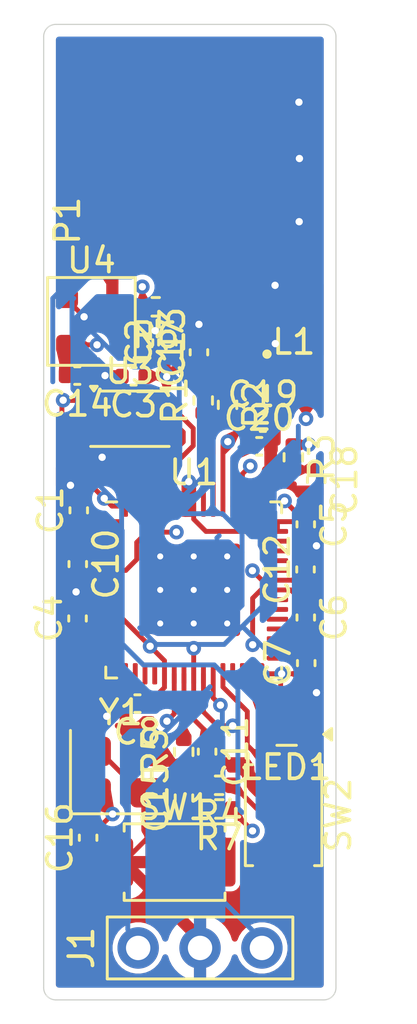
<source format=kicad_pcb>
(kicad_pcb (version 20241229) (generator "pcbnew") (generator_version "9.0")
  (title_block (title "VoidKey") (date "01-05-2026") (rev "v1"))
  (layers (0 "F.Cu" signal) (2 "B.Cu" signal) (13 "F.Paste" user) (15 "B.Paste" user) (5 "F.SilkS" user "F.Silkscreen") (7 "B.SilkS" user "B.Silkscreen") (1 "F.Mask" user) (3 "B.Mask" user) (25 "Edge.Cuts" user))
  (net 0 "")
  (net 1 "+3V3")
  (net 2 "GND")
  (net 3 "+1V1")
  (net 4 "VBUS")
  (net 5 "Net-(C15-Pad2)")
  (net 6 "/XIN")
  (net 7 "/USB_D-")
  (net 8 "/USB_D+")
  (net 9 "/XOUT")
  (net 10 "/QSPI_SS")
  (net 11 "/VREG_LX")
  (net 12 "/QSPI_SCLK")
  (net 13 "/RUN")
  (net 14 "/QSPI_SD1")
  (net 15 "/QSPI_SD2")
  (net 16 "/SWD")
  (net 17 "/VREG_AVDD")
  (net 18 "/QSPI_SD0")
  (net 19 "/QSPI_SD3")
  (net 20 "/SWCLK")
  (net 22 "Net-(R7-Pad2)")
  (net 23 "Net-(R4-Pad1)")
  (net 52 "/GPIO18")
  (net 54 "Net-(U1-USB_DP)")
  (net 55 "Net-(U1-USB_DM)")
  (footprint "Capacitor_SMD:C_0402_1005Metric" (layer "F.Cu") (at 16.250001 48.105999 90)
    (property "Reference" "C16")
    (property "Value" "15p")
  )
  (footprint "PCM_fab:Conn_USB_A_Plain" (layer "F.Cu") (at 20.395001 20.305999 90)
    (property "Reference" "P1")
    (property "Value" "Conn_USB_A_Plain")
  )
  (footprint "Resistor_SMD:R_0402_1005Metric" (layer "F.Cu") (at 20.975002 30.175999 90)
    (property "Reference" "R1")
    (property "Value" "27")
  )
  (footprint "Capacitor_SMD:C_0402_1005Metric" (layer "F.Cu") (at 15.825001 36.885999 -90)
    (property "Reference" "C10")
    (property "Value" "100n")
  )
  (footprint "Button_Switch_SMD:SW_Push_SPST_NO_Alps_SKRK" (layer "F.Cu") (at 19.800001 49.105999)
    (property "Reference" "SW1")
    (property "Value" "SW_Push")
  )
  (footprint "Resistor_SMD:R_0402_1005Metric" (layer "F.Cu") (at 20.175 44.585999 90)
    (property "Reference" "R5")
    (property "Value" "1k")
  )
  (footprint "Capacitor_SMD:C_0402_1005Metric" (layer "F.Cu") (at 20.185001 46.455999 90)
    (property "Reference" "C15")
    (property "Value" "15p")
  )
  (footprint "PCM_fab:PinHeader_01x03_P2.54mm_Vertical_THT_D1mm" (layer "F.Cu") (at 18.305002 52.625999 90)
    (property "Reference" "J1")
    (property "Value" "DEBUG")
  )
  (footprint "Capacitor_SMD:C_0402_1005Metric" (layer "F.Cu") (at 23.425001 31.085999)
    (property "Reference" "C19")
    (property "Value" "4.7u")
  )
  (footprint "Capacitor_SMD:C_0402_1005Metric" (layer "F.Cu") (at 21.135001 44.575999 -90)
    (property "Reference" "C11")
    (property "Value" "4.7u")
  )
  (footprint "Button_Switch_SMD:SW_Push_SPST_NO_Alps_SKRK" (layer "F.Cu") (at 24.275001 47.180999 -90)
    (property "Reference" "SW2")
    (property "Value" "SW_Push")
  )
  (footprint "Capacitor_SMD:C_0402_1005Metric" (layer "F.Cu") (at 15.815001 39.115999 90)
    (property "Reference" "C4")
    (property "Value" "100n")
  )
  (footprint "Resistor_SMD:R_0402_1005Metric" (layer "F.Cu") (at 24.675 32.505999 -90)
    (property "Reference" "R3")
    (property "Value" "33")
  )
  (footprint "Capacitor_SMD:C_0402_1005Metric" (layer "F.Cu") (at 25.185001 39.075999 -90)
    (property "Reference" "C6")
    (property "Value" "100n")
  )
  (footprint "Resistor_SMD:R_0402_1005Metric" (layer "F.Cu") (at 19.025001 26.335999 180)
    (property "Reference" "R6")
    (property "Value" "10k")
  )
  (footprint "Resistor_SMD:R_0402_1005Metric" (layer "F.Cu") (at 21.975002 30.355999 -90)
    (property "Reference" "R2")
    (property "Value" "27")
  )
  (footprint "PCM_Package_TO_SOT_SMD_AKL:SOT-23" (layer "F.Cu") (at 16.385004 26.935998)
    (property "Reference" "U4")
    (property "Value" "MCP1700T-3302E-TT" (hide yes))
  )
  (footprint "Package_SON:Winbond_USON-8-1EP_3x2mm_P0.5mm_EP0.2x1.6mm" (layer "F.Cu") (at 17.965001 30.925999)
    (property "Reference" "U3")
    (property "Value" "W25Q16JVZPIQ")
  )
  (footprint "Capacitor_SMD:C_0402_1005Metric" (layer "F.Cu") (at 23.275001 32.055999)
    (property "Reference" "C20")
    (property "Value" "4.7u")
  )
  (footprint "Capacitor_SMD:C_0402_1005Metric" (layer "F.Cu") (at 18.115001 29.185999 180)
    (property "Reference" "C3")
    (property "Value" "100n")
  )
  (footprint "Capacitor_SMD:C_0402_1005Metric" (layer "F.Cu") (at 25.615001 33.435999 -90)
    (property "Reference" "C18")
    (property "Value" "100n")
  )
  (footprint "PCM_marbastlib-various:LED_WS2812_2020" (layer "F.Cu") (at 24.399999 43.316 180)
    (property "Reference" "LED1")
    (property "Value" "WS2812_2020")
  )
  (footprint "Resistor_SMD:R_0402_1005Metric" (layer "F.Cu") (at 21.625001 45.955999 180)
    (property "Reference" "R4")
    (property "Value" "1k")
  )
  (footprint "Capacitor_SMD:C_0402_1005Metric" (layer "F.Cu") (at 18.545001 27.795999 -90)
    (property "Reference" "C13")
    (property "Value" "10u")
  )
  (footprint "Crystal:Crystal_SMD_3225-4Pin_3.2x2.5mm" (layer "F.Cu") (at 17.585001 45.415999)
    (property "Reference" "Y1")
    (property "Value" "12MHz")
  )
  (footprint "Capacitor_SMD:C_0402_1005Metric" (layer "F.Cu") (at 20.800001 28.200999 90)
    (property "Reference" "C17")
    (property "Value" "100n")
  )
  (footprint "Capacitor_SMD:C_0402_1005Metric" (layer "F.Cu") (at 15.865001 34.680999 90)
    (property "Reference" "C1")
    (property "Value" "100n")
  )
  (footprint "Capacitor_SMD:C_0402_1005Metric" (layer "F.Cu") (at 25.185001 35.255999 -90)
    (property "Reference" "C5")
    (property "Value" "100n")
  )
  (footprint "lib:L_pol_2016" (layer "F.Cu") (at 24.495001 29.575999)
    (property "Reference" "L1")
    (property "Value" "3.3u")
  )
  (footprint "lib:RP2350-QFN-60-1EP_7x7_P0.4mm_EP3.4x3.4mm_ThermalVias" (layer "F.Cu") (at 20.585001 37.945999)
    (property "Reference" "U1")
    (property "Value" "RP2350_60QFN")
  )
  (footprint "Capacitor_SMD:C_0402_1005Metric" (layer "F.Cu") (at 25.175001 37.105999 90)
    (property "Reference" "C12")
    (property "Value" "100n")
  )
  (footprint "Resistor_SMD:R_0402_1005Metric" (layer "F.Cu") (at 21.635001 46.925999 180)
    (property "Reference" "R7")
    (property "Value" "1k")
  )
  (footprint "Capacitor_SMD:C_0402_1005Metric" (layer "F.Cu") (at 18.275001 42.605999 180)
    (property "Reference" "C8")
    (property "Value" "100n")
  )
  (footprint "Capacitor_SMD:C_0402_1005Metric" (layer "F.Cu") (at 15.805001 29.155999 180)
    (property "Reference" "C14")
    (property "Value" "10u")
  )
  (footprint "Capacitor_SMD:C_0402_1005Metric" (layer "F.Cu") (at 25.205001 40.945999 90)
    (property "Reference" "C7")
    (property "Value" "100n")
  )
  (footprint "Capacitor_SMD:C_0402_1005Metric" (layer "F.Cu") (at 19.505001 27.795999 90)
    (property "Reference" "C2")
    (property "Value" "100n")
  )
  (gr_line (start 14.925001 14.755999) (end 25.925001 14.755999) (stroke (width 0.05)) (layer "Edge.Cuts"))
  (gr_arc (start 14.425001 15.255999) (mid 14.571448 14.902446) (end 14.925001 14.755999) (stroke (width 0.05)) (layer "Edge.Cuts"))
  (gr_line (start 14.425001 54.255999) (end 14.425001 15.255999) (stroke (width 0.05)) (layer "Edge.Cuts"))
  (gr_line (start 25.925001 54.755999) (end 14.925001 54.755999) (stroke (width 0.05)) (layer "Edge.Cuts"))
  (gr_line (start 26.425001 15.255999) (end 26.425001 54.255999) (stroke (width 0.05)) (layer "Edge.Cuts"))
  (gr_arc (start 26.425001 54.255999) (mid 26.278554 54.609552) (end 25.925001 54.755999) (stroke (width 0.05)) (layer "Edge.Cuts"))
  (gr_arc (start 14.925001 54.755999) (mid 14.571448 54.609552) (end 14.425001 54.255999) (stroke (width 0.05)) (layer "Edge.Cuts"))
  (gr_arc (start 25.925001 14.755999) (mid 26.278554 14.902446) (end 26.425001 15.255999) (stroke (width 0.05)) (layer "Edge.Cuts"))
  (segment (start 22.185001 34.508499) (end 22.185001 35.115999) (width 0.2) (layer "F.Cu") (net 1))
  (segment (start 18.857501 40.193499) (end 18.795001 40.255999) (width 0.2) (layer "F.Cu") (net 1))
  (segment (start 15.985003 27.895999) (end 15.985002 27.896) (width 0.2) (layer "F.Cu") (net 1))
  (segment (start 16.405001 39.145999) (end 17.147501 39.145999) (width 0.2) (layer "F.Cu") (net 1))
  (segment (start 15.325001 29.155999) (end 15.325001 27.905997) (width 0.5) (layer "F.Cu") (net 1))
  (segment (start 15.995001 39.555999) (end 16.405001 39.145999) (width 0.2) (layer "F.Cu") (net 1))
  (segment (start 23.882501 35.145999) (end 24.895001 35.145999) (width 0.2) (layer "F.Cu") (net 1))
  (segment (start 20.395001 34.508499) (end 20.585001 34.508499) (width 0.2) (layer "F.Cu") (net 1))
  (segment (start 16.615001 27.895999) (end 15.985003 27.895999) (width 0.2) (layer "F.Cu") (net 1))
  (segment (start 18.595001 29.185999) (end 19.455001 29.185999) (width 0.2) (layer "F.Cu") (net 1))
  (segment (start 19.385001 40.845999) (end 18.795001 40.255999) (width 0.2) (layer "F.Cu") (net 1))
  (segment (start 23.005001 40.193499) (end 23.005001 38.285999) (width 0.2) (layer "F.Cu") (net 1))
  (segment (start 23.005001 35.545999) (end 24.022501 35.545999) (width 0.2) (layer "F.Cu") (net 1))
  (segment (start 15.145001 39.035999) (end 15.665001 39.555999) (width 0.2) (layer "F.Cu") (net 1))
  (segment (start 24.895001 35.145999) (end 25.185001 34.855999) (width 0.2) (layer "F.Cu") (net 1))
  (segment (start 25.295001 31.995999) (end 25.305001 31.985999) (width 0.2) (layer "F.Cu") (net 1))
  (segment (start 15.325001 27.905997) (end 15.334998 27.896) (width 0.5) (layer "F.Cu") (net 1))
  (segment (start 18.755001 42.575999) (end 19.385001 41.945999) (width 0.2) (layer "F.Cu") (net 1))
  (segment (start 19.385001 41.945999) (end 19.385001 41.383499) (width 0.2) (layer "F.Cu") (net 1))
  (segment (start 24.055001 41.383499) (end 24.155001 41.383499) (width 0.2) (layer "F.Cu") (net 1))
  (segment (start 20.125001 27.655999) (end 20.125001 28.555999) (width 0.2) (layer "F.Cu") (net 1))
  (segment (start 22.185001 35.115999) (end 22.615001 35.545999) (width 0.2) (layer "F.Cu") (net 1))
  (segment (start 19.535001 26.336) (end 20.125001 26.926) (width 0.2) (layer "F.Cu") (net 1))
  (segment (start 23.005001 38.285999) (end 23.345001 37.945999) (width 0.2) (layer "F.Cu") (net 1))
  (segment (start 19.475001 30.090999) (end 19.390001 30.175999) (width 0.2) (layer "F.Cu") (net 1))
  (segment (start 23.554999 43.866001) (end 24.155001 43.265999) (width 0.2) (layer "F.Cu") (net 1))
  (segment (start 20.125001 26.926) (end 20.125001 27.655999) (width 0.2) (layer "F.Cu") (net 1))
  (segment (start 22.185001 34.508499) (end 22.185001 32.665999) (width 0.2) (layer "F.Cu") (net 1))
  (segment (start 24.425001 37.945999) (end 24.575001 37.945999) (width 0.2) (layer "F.Cu") (net 1))
  (segment (start 24.875001 34.855999) (end 24.315001 34.295999) (width 0.2) (layer "F.Cu") (net 1))
  (segment (start 25.165001 38.535999) (end 25.185001 38.535999) (width 0.2) (layer "F.Cu") (net 1))
  (segment (start 15.880001 35.145999) (end 15.865001 35.160999) (width 0.2) (layer "F.Cu") (net 1))
  (segment (start 15.865001 35.160999) (end 15.145001 35.880999) (width 0.2) (layer "F.Cu") (net 1))
  (segment (start 15.145001 35.880999) (end 15.145001 39.035999) (width 0.2) (layer "F.Cu") (net 1))
  (segment (start 21.087227 35.545999) (end 22.615001 35.545999) (width 0.2) (layer "F.Cu") (net 1))
  (segment (start 15.985002 27.896) (end 15.334998 27.896) (width 0.2) (layer "F.Cu") (net 1))
  (segment (start 24.022501 35.145999) (end 24.022501 35.545999) (width 0.2) (layer "F.Cu") (net 1))
  (segment (start 22.185001 32.665999) (end 22.795001 32.055999) (width 0.2) (layer "F.Cu") (net 1))
  (segment (start 15.665001 39.555999) (end 15.995001 39.555999) (width 0.2) (layer "F.Cu") (net 1))
  (segment (start 23.484999 43.866001) (end 23.554999 43.866001) (width 0.2) (layer "F.Cu") (net 1))
  (segment (start 19.385001 41.383499) (end 19.385001 40.845999) (width 0.2) (layer "F.Cu") (net 1))
  (segment (start 20.800001 28.680999) (end 20.000001 28.680999) (width 0.2) (layer "F.Cu") (net 1))
  (segment (start 19.475001 29.205999) (end 19.475001 30.090999) (width 0.2) (layer "F.Cu") (net 1))
  (segment (start 25.162501 41.383499) (end 25.205001 41.425999) (width 0.2) (layer "F.Cu") (net 1))
  (segment (start 24.674999 31.995999) (end 25.295001 31.995999) (width 0.2) (layer "F.Cu") (net 1))
  (segment (start 19.475001 28.305999) (end 19.505001 28.275999) (width 0.2) (layer "F.Cu") (net 1))
  (segment (start 20.185001 34.508499) (end 20.395001 34.508499) (width 0.2) (layer "F.Cu") (net 1))
  (segment (start 23.345001 37.945999) (end 24.022501 37.945999) (width 0.2) (layer "F.Cu") (net 1))
  (segment (start 19.475001 29.205999) (end 19.475001 28.305999) (width 0.2) (layer "F.Cu") (net 1))
  (segment (start 19.455001 29.185999) (end 19.475001 29.205999) (width 0.2) (layer "F.Cu") (net 1))
  (segment (start 25.185001 34.855999) (end 24.875001 34.855999) (width 0.2) (layer "F.Cu") (net 1))
  (segment (start 17.685001 39.145999) (end 18.795001 40.255999) (width 0.2) (layer "F.Cu") (net 1))
  (segment (start 17.147501 35.145999) (end 15.880001 35.145999) (width 0.2) (layer "F.Cu") (net 1))
  (segment (start 20.125001 28.555999) (end 19.475001 29.205999) (width 0.2) (layer "F.Cu") (net 1))
  (segment (start 24.155001 41.423499) (end 24.195001 41.383499) (width 0.2) (layer "F.Cu") (net 1))
  (segment (start 17.147501 39.145999) (end 17.685001 39.145999) (width 0.2) (layer "F.Cu") (net 1))
  (segment (start 24.575001 37.945999) (end 25.165001 38.535999) (width 0.2) (layer "F.Cu") (net 1))
  (segment (start 22.615001 35.545999) (end 23.005001 35.545999) (width 0.2) (layer "F.Cu") (net 1))
  (segment (start 23.915001 41.383499) (end 25.162501 41.383499) (width 0.2) (layer "F.Cu") (net 1))
  (segment (start 20.585001 35.043773) (end 21.087227 35.545999) (width 0.2) (layer "F.Cu") (net 1))
  (segment (start 20.000001 28.680999) (end 19.475001 29.205999) (width 0.2) (layer "F.Cu") (net 1))
  (segment (start 24.155001 43.265999) (end 24.155001 41.423499) (width 0.2) (layer "F.Cu") (net 1))
  (segment (start 19.505001 28.275999) (end 20.125001 27.655999) (width 0.2) (layer "F.Cu") (net 1))
  (segment (start 17.147501 35.145999) (end 17.015001 35.145999) (width 0.2) (layer "F.Cu") (net 1))
  (segment (start 20.585001 34.508499) (end 20.585001 35.043773) (width 0.2) (layer "F.Cu") (net 1))
  (segment (start 23.385001 41.383499) (end 24.055001 41.383499) (width 0.2) (layer "F.Cu") (net 1))
  (via (at 18.795001 40.255999) (size 0.6) (drill 0.3) (layers "F.Cu" "B.Cu") (net 1))
  (via (at 24.315001 34.295999) (size 0.6) (drill 0.3) (layers "F.Cu" "B.Cu") (net 1))
  (via (at 19.475001 29.205999) (size 0.6) (drill 0.3) (layers "F.Cu" "B.Cu") (net 1))
  (via (at 16.615001 27.895999) (size 0.6) (drill 0.3) (layers "F.Cu" "B.Cu") (net 1))
  (via (at 23.005001 40.193499) (size 0.6) (drill 0.3) (layers "F.Cu" "B.Cu") (net 1))
  (via (at 25.305001 31.985999) (size 0.6) (drill 0.3) (layers "F.Cu" "B.Cu") (net 1))
  (via (at 24.195001 41.383499) (size 0.6) (drill 0.3) (layers "F.Cu" "B.Cu") (net 1))
  (segment (start 19.96 32.75) (end 19.99 32.72) (width 0.2) (layer "B.Cu") (net 1))
  (segment (start 21.8365 40.181) (end 22.58 39.4375) (width 0.2) (layer "B.Cu") (net 1))
  (segment (start 23.89 33.54) (end 23.89 38.1275) (width 0.2) (layer "B.Cu") (net 1))
  (segment (start 22.6425 39.5) (end 23.77 40.6275) (width 0.2) (layer "B.Cu") (net 1))
  (segment (start 23.89 38.1275) (end 22.58 39.4375) (width 0.2) (layer "B.Cu") (net 1))
  (segment (start 23.89 33.54) (end 24.88 32.55) (width 0.2) (layer "B.Cu") (net 1))
  (segment (start 19.99 29.39) (end 19.05 28.45) (width 0.2) (layer "B.Cu") (net 1))
  (segment (start 16.19 27.14) (end 17.5 28.45) (width 0.2) (layer "B.Cu") (net 1))
  (segment (start 19.808527 32.598527) (end 19.96 32.75) (width 0.2) (layer "B.Cu") (net 1))
  (segment (start 18.37 39.5) (end 19.051 40.181) (width 0.2) (layer "B.Cu") (net 1))
  (segment (start 19.051 40.181) (end 21.8365 40.181) (width 0.2) (layer "B.Cu") (net 1))
  (segment (start 24.88 32.55) (end 24.88 31.23) (width 0.2) (layer "B.Cu") (net 1))
  (segment (start 17.5 28.45) (end 19.05 28.45) (width 0.2) (layer "B.Cu") (net 1))
  (segment (start 22.58 39.4375) (end 22.6425 39.5) (width 0.2) (layer "B.Cu") (net 1))
  (segment (start 19.99 32.72) (end 19.99 29.39) (width 0.2) (layer "B.Cu") (net 1))
  (segment (start 24.875001 20.305999) (end 24.925001 20.255999) (width 0.2) (layer "F.Cu") (net 2))
  (segment (start 18.685001 48.120999) (end 18.685001 46.265999) (width 0.2) (layer "F.Cu") (net 2))
  (segment (start 22.985001 33.635942) (end 23.585001 33.035942) (width 0.2) (layer "F.Cu") (net 2))
  (segment (start 19.355001 46.935999) (end 18.685001 46.265999) (width 0.2) (layer "F.Cu") (net 2))
  (segment (start 20.185001 46.925658) (end 21.115001 45.995658) (width 0.2) (layer "F.Cu") (net 2))
  (segment (start 16.540001 32.220999) (end 16.825001 32.505999) (width 0.2) (layer "F.Cu") (net 2))
  (segment (start 23.755001 32.055999) (end 23.755001 31.417999) (width 0.2) (layer "F.Cu") (net 2))
  (segment (start 24.725001 17.945999) (end 24.905001 17.945999) (width 0.2) (layer "F.Cu") (net 2))
  (segment (start 20.385001 33.505999) (end 20.395001 33.515999) (width 0.2) (layer "F.Cu") (net 2))
  (segment (start 23.894999 22.215997) (end 23.894999 20.305999) (width 0.2) (layer "F.Cu") (net 2))
  (segment (start 20.185001 46.935999) (end 20.185001 46.925658) (width 0.2) (layer "F.Cu") (net 2))
  (segment (start 23.585001 33.035942) (end 23.585001 32.225999) (width 0.2) (layer "F.Cu") (net 2))
  (segment (start 25.185001 35.815999) (end 25.796001 35.204999) (width 0.2) (layer "F.Cu") (net 2))
  (segment (start 25.185001 39.495999) (end 25.185001 40.445999) (width 0.2) (layer "F.Cu") (net 2))
  (segment (start 25.816001 41.076999) (end 25.205001 40.465999) (width 0.2) (layer "F.Cu") (net 2))
  (segment (start 17.180001 48.585999) (end 17.700001 49.105999) (width 0.2) (layer "F.Cu") (net 2))
  (segment (start 22.985001 34.508499) (end 22.985001 33.635942) (width 0.2) (layer "F.Cu") (net 2))
  (segment (start 25.625001 36.135999) (end 25.475001 36.135999) (width 0.2) (layer "F.Cu") (net 2))
  (segment (start 15.665001 37.335999) (end 15.675001 37.325999) (width 0.2) (layer "F.Cu") (net 2))
  (segment (start 15.865001 33.994529) (end 15.865001 34.200999) (width 0.2) (layer "F.Cu") (net 2))
  (segment (start 18.425001 46.265999) (end 16.725001 44.565999) (width 0.2) (layer "F.Cu") (net 2))
  (segment (start 20.185001 46.935999) (end 19.355001 46.935999) (width 0.2) (layer "F.Cu") (net 2))
  (segment (start 17.605001 29.155999) (end 17.635001 29.185999) (width 0.2) (layer "F.Cu") (net 2))
  (segment (start 17.565001 42.575999) (end 17.015001 43.125999) (width 0.2) (layer "F.Cu") (net 2))
  (segment (start 23.894999 18.776001) (end 24.725001 17.945999) (width 0.2) (layer "F.Cu") (net 2))
  (segment (start 23.585001 32.225999) (end 23.755001 32.055999) (width 0.2) (layer "F.Cu") (net 2))
  (segment (start 21.115001 45.995658) (end 21.115001 45.955998) (width 0.2) (layer "F.Cu") (net 2))
  (segment (start 16.485001 43.655999) (end 17.015001 43.125999) (width 0.2) (layer "F.Cu") (net 2))
  (segment (start 25.314999 42.765999) (end 25.314999 42.468126) (width 0.2) (layer "F.Cu") (net 2))
  (segment (start 24.525001 22.845999) (end 23.894999 22.215997) (width 0.2) (layer "F.Cu") (net 2))
  (segment (start 16.285001 29.155999) (end 16.945001 29.155999) (width 0.2) (layer "F.Cu") (net 2))
  (segment (start 16.485001 44.565999) (end 16.485001 43.655999) (width 0.2) (layer "F.Cu") (net 2))
  (segment (start 25.796001 35.204999) (end 25.796001 34.156999) (width 0.2) (layer "F.Cu") (net 2))
  (segment (start 20.845006 52.626002) (end 20.845006 52.251004) (width 0.5) (layer "F.Cu") (net 2))
  (segment (start 23.905001 31.085999) (end 23.935001 31.115999) (width 0.2) (layer "F.Cu") (net 2))
  (segment (start 17.795001 42.575999) (end 17.565001 42.575999) (width 0.2) (layer "F.Cu") (net 2))
  (segment (start 24.446001 28.356999) (end 23.935001 27.845999) (width 0.2) (layer "F.Cu") (net 2))
  (segment (start 25.185001 40.445999) (end 25.205001 40.465999) (width 0.2) (layer "F.Cu") (net 2))
  (segment (start 18.685001 46.265999) (end 18.425001 46.265999) (width 0.2) (layer "F.Cu") (net 2))
  (segment (start 23.894999 20.305999) (end 23.894999 25.425997) (width 0.2) (layer "F.Cu") (net 2))
  (segment (start 20.845006 52.251004) (end 17.700001 49.105999) (width 0.5) (layer "F.Cu") (net 2))
  (segment (start 16.945001 29.155999) (end 17.605001 29.155999) (width 0.2) (layer "F.Cu") (net 2))
  (segment (start 15.755001 38.025999) (end 15.755001 37.385999) (width 0.2) (layer "F.Cu") (net 2))
  (segment (start 23.894999 25.425997) (end 23.925001 25.455999) (width 0.2) (layer "F.Cu") (net 2))
  (segment (start 25.475001 36.135999) (end 25.185001 35.845999) (width 0.2) (layer "F.Cu") (net 2))
  (segment (start 23.925001 27.835999) (end 23.935001 27.845999) (width 0.2) (layer "F.Cu") (net 2))
  (segment (start 16.725001 44.565999) (end 16.485001 44.565999) (width 0.2) (layer "F.Cu") (net 2))
  (segment (start 20.800001 27.720999) (end 20.800001 27.055999) (width 0.2) (layer "F.Cu") (net 2))
  (segment (start 21.115001 45.075999) (end 21.135001 45.055999) (width 0.2) (layer "F.Cu") (net 2))
  (segment (start 25.185001 35.845999) (end 25.185001 35.815999) (width 0.2) (layer "F.Cu") (net 2))
  (segment (start 25.625001 36.135999) (end 25.625001 36.285999) (width 0.2) (layer "F.Cu") (net 2))
  (segment (start 16.084266 26.745264) (end 15.335001 25.995999) (width 0.2) (layer "F.Cu") (net 2))
  (segment (start 23.894999 20.305999) (end 24.875001 20.305999) (width 0.2) (layer "F.Cu") (net 2))
  (segment (start 19.000001 27.315999) (end 19.505001 27.315999) (width 0.5) (layer "F.Cu") (net 2))
  (segment (start 24.915001 22.845999) (end 24.525001 22.845999) (width 0.2) (layer "F.Cu") (net 2))
  (segment (start 23.900001 20.311001) (end 23.894999 20.305999) (width 0.2) (layer "F.Cu") (net 2))
  (segment (start 25.796001 34.156999) (end 25.615001 33.975999) (width 0.2) (layer "F.Cu") (net 2))
  (segment (start 24.446001 30.726999) (end 24.446001 28.356999) (width 0.2) (layer "F.Cu") (net 2))
  (segment (start 21.115001 45.955998) (end 21.115001 45.075999) (width 0.2) (layer "F.Cu") (net 2))
  (segment (start 25.625001 42.158124) (end 25.816001 41.967124) (width 0.2) (layer "F.Cu") (net 2))
  (segment (start 18.515001 27.315999) (end 19.000001 27.315999) (width 0.5) (layer "F.Cu") (net 2))
  (segment (start 23.935001 31.875999) (end 23.755001 32.055999) (width 0.2) (layer "F.Cu") (net 2))
  (segment (start 15.525736 33.655264) (end 15.865001 33.994529) (width 0.2) (layer "F.Cu") (net 2))
  (segment (start 16.250001 48.585999) (end 17.180001 48.585999) (width 0.2) (layer "F.Cu") (net 2))
  (segment (start 25.215001 36.695999) (end 25.185001 36.695999) (width 0.2) (layer "F.Cu") (net 2))
  (segment (start 25.314999 42.468126) (end 25.625001 42.158124) (width 0.2) (layer "F.Cu") (net 2))
  (segment (start 15.755001 38.645999) (end 15.755001 38.025999) (width 0.2) (layer "F.Cu") (net 2))
  (segment (start 23.894999 20.305999) (end 23.894999 18.776001) (width 0.2) (layer "F.Cu") (net 2))
  (segment (start 17.700001 49.105999) (end 18.685001 48.120999) (width 0.2) (layer "F.Cu") (net 2))
  (segment (start 25.625001 36.285999) (end 25.215001 36.695999) (width 0.2) (layer "F.Cu") (net 2))
  (segment (start 23.755001 31.417999) (end 24.446001 30.726999) (width 0.2) (layer "F.Cu") (net 2))
  (segment (start 25.816001 41.967124) (end 25.816001 41.076999) (width 0.2) (layer "F.Cu") (net 2))
  (segment (start 16.540001 31.675999) (end 16.540001 32.220999) (width 0.2) (layer "F.Cu") (net 2))
  (segment (start 23.935001 31.115999) (end 23.935001 31.875999) (width 0.2) (layer "F.Cu") (net 2))
  (via (at 25.625001 42.158124) (size 0.6) (drill 0.3) (layers "F.Cu" "B.Cu") (net 2))
  (via (at 16.945001 29.155999) (size 0.6) (drill 0.3) (layers "F.Cu" "B.Cu") (net 2))
  (via (at 23.925001 25.455999) (size 0.6) (drill 0.3) (layers "F.Cu" "B.Cu") (net 2))
  (via (at 24.925001 20.255999) (size 0.6) (drill 0.3) (layers "F.Cu" "B.Cu") (net 2))
  (via (at 16.084266 26.745264) (size 0.6) (drill 0.3) (layers "F.Cu" "B.Cu") (net 2))
  (via (at 15.525736 33.655264) (size 0.6) (drill 0.3) (layers "F.Cu" "B.Cu") (net 2))
  (via (at 20.800001 27.055999) (size 0.6) (drill 0.3) (layers "F.Cu" "B.Cu") (net 2))
  (via (at 15.755001 38.025999) (size 0.6) (drill 0.3) (layers "F.Cu" "B.Cu") (net 2))
  (via (at 24.915001 22.845999) (size 0.6) (drill 0.3) (layers "F.Cu" "B.Cu") (net 2))
  (via (at 24.905001 17.945999) (size 0.6) (drill 0.3) (layers "F.Cu" "B.Cu") (net 2))
  (via (at 19.000001 27.315999) (size 0.6) (drill 0.3) (layers "F.Cu" "B.Cu") (net 2))
  (via (at 25.625001 36.135999) (size 0.6) (drill 0.3) (layers "F.Cu" "B.Cu") (net 2))
  (via (at 17.015001 43.125999) (size 0.6) (drill 0.3) (layers "F.Cu" "B.Cu") (net 2))
  (via (at 23.935001 27.845999) (size 0.6) (drill 0.3) (layers "F.Cu" "B.Cu") (net 2))
  (via (at 16.825001 32.505999) (size 0.6) (drill 0.3) (layers "F.Cu" "B.Cu") (net 2))
  (via (at 20.385001 33.505999) (size 0.6) (drill 0.3) (layers "F.Cu" "B.Cu") (net 2))
  (segment (start 22.57 36.4) (end 22.57 35.62) (width 0.2) (layer "B.Cu") (net 2))
  (segment (start 19.06 42.57) (end 17.41 42.57) (width 0.2) (layer "B.Cu") (net 2))
  (segment (start 15.589 26.05953) (end 15.589 27.469) (width 0.2) (layer "B.Cu") (net 2))
  (segment (start 20.375 26.3) (end 20.225 26.45) (width 0.2) (layer "B.Cu") (net 2))
  (segment (start 17.41 42.57) (end 16.83 43.15) (width 0.2) (layer "B.Cu") (net 2))
  (segment (start 16.83 43.15) (end 16.83 46.38) (width 0.2) (layer "B.Cu") (net 2))
  (segment (start 18.63 33.98) (end 16.4 31.75) (width 0.2) (layer "B.Cu") (net 2))
  (segment (start 20.19 39.55) (end 21.6 39.55) (width 0.2) (layer "B.Cu") (net 2))
  (segment (start 21.36 32.91) (end 21.36 32.75) (width 0.2) (layer "B.Cu") (net 2))
  (segment (start 21.535 35.815) (end 21.63 35.72) (width 0.2) (layer "B.Cu") (net 2))
  (segment (start 21.36 34.82) (end 19.45 34.82) (width 0.2) (layer "B.Cu") (net 2))
  (segment (start 21.36 32.75) (end 21.36 34.82) (width 0.2) (layer "B.Cu") (net 2))
  (segment (start 15.659265 25.989265) (end 15.589 26.05953) (width 0.2) (layer "B.Cu") (net 2))
  (segment (start 21.36 31.31) (end 21.56 31.11) (width 0.2) (layer "B.Cu") (net 2))
  (segment (start 22.57 35.62) (end 21.77 34.82) (width 0.2) (layer "B.Cu") (net 2))
  (segment (start 21.36 32.75) (end 21.36 31.31) (width 0.2) (layer "B.Cu") (net 2))
  (segment (start 18.54 26.525) (end 18.575 26.56) (width 0.2) (layer "B.Cu") (net 2))
  (segment (start 15.24 37.22) (end 15.27 37.19) (width 0.2) (layer "B.Cu") (net 2))
  (segment (start 15.589 27.469) (end 16.52 28.4) (width 0.2) (layer "B.Cu") (net 2))
  (segment (start 21.6 39.55) (end 22.57 38.58) (width 0.2) (layer "B.Cu") (net 2))
  (segment (start 19.45 34.82) (end 21.36 32.91) (width 0.2) (layer "B.Cu") (net 2))
  (segment (start 18.685 26.45) (end 18.575 26.56) (width 0.2) (layer "B.Cu") (net 2))
  (segment (start 21.77 34.82) (end 21.36 34.82) (width 0.2) (layer "B.Cu") (net 2))
  (segment (start 20.16 39.58) (end 20.19 39.55) (width 0.2) (layer "B.Cu") (net 2))
  (segment (start 18.785 35.815) (end 18.63 35.66) (width 0.2) (layer "B.Cu") (net 2))
  (segment (start 22.57 38.58) (end 22.57 36.4) (width 0.2) (layer "B.Cu") (net 2))
  (segment (start 18.63 35.66) (end 18.63 33.98) (width 0.2) (layer "B.Cu") (net 2))
  (segment (start 22.765001 31.085999) (end 22.945001 31.085999) (width 0.2) (layer "F.Cu") (net 3))
  (segment (start 21.125001 43.785999) (end 21.125001 44.085999) (width 0.2) (layer "F.Cu") (net 3))
  (segment (start 22.995001 37.155999) (end 23.385001 37.545999) (width 0.2) (layer "F.Cu") (net 3))
  (segment (start 17.147501 37.145999) (end 17.795001 37.145999) (width 0.2) (layer "F.Cu") (net 3))
  (segment (start 22.945001 31.085999) (end 22.945001 30.425999) (width 0.2) (layer "F.Cu") (net 3))
  (segment (start 17.795001 37.145999) (end 18.245001 36.695999) (width 0.2) (layer "F.Cu") (net 3))
  (segment (start 21.985001 31.865999) (end 22.765001 31.085999) (width 0.2) (layer "F.Cu") (net 3))
  (segment (start 20.585001 41.383499) (end 20.585001 43.245999) (width 0.2) (layer "F.Cu") (net 3))
  (segment (start 21.125001 44.085999) (end 21.135001 44.095999) (width 0.2) (layer "F.Cu") (net 3))
  (segment (start 20.585001 40.335999) (end 20.585001 41.383499) (width 0.2) (layer "F.Cu") (net 3))
  (segment (start 21.785001 34.508499) (end 21.785001 32.065999) (width 0.2) (layer "F.Cu") (net 3))
  (segment (start 15.675001 36.365999) (end 15.785001 36.365999) (width 0.2) (layer "F.Cu") (net 3))
  (segment (start 15.785001 36.365999) (end 16.565001 37.145999) (width 0.2) (layer "F.Cu") (net 3))
  (segment (start 23.882501 37.545999) (end 25.075001 37.545999) (width 0.2) (layer "F.Cu") (net 3))
  (segment (start 23.385001 37.545999) (end 24.022501 37.545999) (width 0.2) (layer "F.Cu") (net 3))
  (segment (start 20.585001 43.245999) (end 21.125001 43.785999) (width 0.2) (layer "F.Cu") (net 3))
  (segment (start 18.665001 35.575999) (end 19.875001 35.575999) (width 0.2) (layer "F.Cu") (net 3))
  (segment (start 18.245001 35.995999) (end 18.665001 35.575999) (width 0.2) (layer "F.Cu") (net 3))
  (segment (start 16.565001 37.145999) (end 17.147501 37.145999) (width 0.2) (layer "F.Cu") (net 3))
  (segment (start 25.075001 37.545999) (end 25.185001 37.655999) (width 0.2) (layer "F.Cu") (net 3))
  (segment (start 21.785001 32.065999) (end 21.985001 31.865999) (width 0.2) (layer "F.Cu") (net 3))
  (segment (start 18.245001 36.695999) (end 18.245001 35.995999) (width 0.2) (layer "F.Cu") (net 3))
  (segment (start 22.945001 30.425999) (end 23.795001 29.575999) (width 0.2) (layer "F.Cu") (net 3))
  (via (at 21.985001 31.865999) (size 0.6) (drill 0.3) (layers "F.Cu" "B.Cu") (net 3))
  (via (at 20.585001 40.335999) (size 0.6) (drill 0.3) (layers "F.Cu" "B.Cu") (net 3))
  (via (at 19.875001 35.575999) (size 0.6) (drill 0.3) (layers "F.Cu" "B.Cu") (net 3))
  (via (at 22.995001 37.155999) (size 0.6) (drill 0.3) (layers "F.Cu" "B.Cu") (net 3))
  (segment (start 17.335001 27.095999) (end 17.335001 26.945999) (width 0.2) (layer "F.Cu") (net 4))
  (segment (start 18.515001 28.275999) (end 17.335001 27.095999) (width 0.2) (layer "F.Cu") (net 4))
  (segment (start 17.245001 20.655997) (end 17.245001 26.855999) (width 0.5) (layer "F.Cu") (net 4))
  (segment (start 16.895003 20.305999) (end 17.245001 20.655997) (width 0.5) (layer "F.Cu") (net 4))
  (segment (start 17.245001 26.855999) (end 17.335001 26.945999) (width 0.5) (layer "F.Cu") (net 4))
  (segment (start 20.174999 45.095999) (end 19.215001 45.095999) (width 0.2) (layer "F.Cu") (net 5))
  (segment (start 20.185001 45.106001) (end 20.174999 45.095999) (width 0.2) (layer "F.Cu") (net 5))
  (segment (start 19.215001 45.095999) (end 18.685001 44.565999) (width 0.2) (layer "F.Cu") (net 5))
  (segment (start 20.185001 45.975999) (end 20.185001 45.106001) (width 0.2) (layer "F.Cu") (net 5))
  (segment (start 17.255001 47.135999) (end 17.255001 47.035999) (width 0.2) (layer "F.Cu") (net 6))
  (segment (start 19.785001 43.025999) (end 19.485001 43.325999) (width 0.2) (layer "F.Cu") (net 6))
  (segment (start 17.255001 47.135999) (end 17.255001 47.235999) (width 0.2) (layer "F.Cu") (net 6))
  (segment (start 16.250001 47.625999) (end 16.765001 47.625999) (width 0.2) (layer "F.Cu") (net 6))
  (segment (start 17.255001 47.035999) (end 16.485001 46.265999) (width 0.2) (layer "F.Cu") (net 6))
  (segment (start 16.765001 47.625999) (end 17.255001 47.135999) (width 0.2) (layer "F.Cu") (net 6))
  (segment (start 19.785001 41.383499) (end 19.785001 43.025999) (width 0.2) (layer "F.Cu") (net 6))
  (via (at 19.485001 43.325999) (size 0.6) (drill 0.3) (layers "F.Cu" "B.Cu") (net 6))
  (via (at 17.255001 47.135999) (size 0.6) (drill 0.3) (layers "F.Cu" "B.Cu") (net 6))
  (segment (start 22.125001 27.530999) (end 19.395001 24.800999) (width 0.2) (layer "F.Cu") (net 7))
  (segment (start 22.125001 28.516001) (end 22.125001 27.530999) (width 0.2) (layer "F.Cu") (net 7))
  (segment (start 19.395001 24.800999) (end 19.395001 20.805999) (width 0.2) (layer "F.Cu") (net 7))
  (segment (start 20.975003 29.665999) (end 22.125001 28.516001) (width 0.2) (layer "F.Cu") (net 7))
  (segment (start 21.975003 29.845999) (end 21.975003 29.302396) (width 0.2) (layer "F.Cu") (net 8))
  (segment (start 21.200001 21.000999) (end 21.395001 20.805999) (width 0.2) (layer "F.Cu") (net 8))
  (segment (start 22.575001 28.702398) (end 22.575001 26.837801) (width 0.2) (layer "F.Cu") (net 8))
  (segment (start 20.900001 21.300999) (end 21.395001 20.805999) (width 0.2) (layer "F.Cu") (net 8))
  (segment (start 21.975003 29.302396) (end 22.575001 28.702398) (width 0.2) (layer "F.Cu") (net 8))
  (segment (start 20.900001 25.162801) (end 20.900001 21.300999) (width 0.2) (layer "F.Cu") (net 8))
  (segment (start 22.575001 26.837801) (end 20.900001 25.162801) (width 0.2) (layer "F.Cu") (net 8))
  (segment (start 20.185001 41.383499) (end 20.185001 44.065999) (width 0.2) (layer "F.Cu") (net 9))
  (segment (start 20.185001 44.065999) (end 20.175001 44.075999) (width 0.2) (layer "F.Cu") (net 9))
  (segment (start 15.175001 30.215999) (end 15.175001 32.455999) (width 0.2) (layer "F.Cu") (net 10))
  (segment (start 18.475001 25.515999) (end 18.475001 26.295998) (width 0.2) (layer "F.Cu") (net 10))
  (segment (start 15.225001 30.165999) (end 15.175001 30.215999) (width 0.2) (layer "F.Cu") (net 10))
  (segment (start 15.235001 30.175999) (end 15.225001 30.165999) (width 0.2) (layer "F.Cu") (net 10))
  (segment (start 23.000001 47.825999) (end 22.120001 46.945999) (width 0.2) (layer "F.Cu") (net 10))
  (segment (start 18.475001 26.295998) (end 18.515001 26.335998) (width 0.2) (layer "F.Cu") (net 10))
  (segment (start 17.785001 34.508499) (end 17.227501 34.508499) (width 0.2) (layer "F.Cu") (net 10))
  (segment (start 15.175001 32.455999) (end 17.227501 34.508499) (width 0.2) (layer "F.Cu") (net 10))
  (segment (start 22.120001 46.945999) (end 22.120001 46.931) (width 0.2) (layer "F.Cu") (net 10))
  (segment (start 16.540001 30.175999) (end 15.235001 30.175999) (width 0.2) (layer "F.Cu") (net 10))
  (via (at 18.475001 25.515999) (size 0.6) (drill 0.3) (layers "F.Cu" "B.Cu") (net 10))
  (via (at 23.000001 47.825999) (size 0.6) (drill 0.3) (layers "F.Cu" "B.Cu") (net 10))
  (via (at 15.225001 30.165999) (size 0.6) (drill 0.3) (layers "F.Cu" "B.Cu") (net 10))
  (via (at 16.912501 34.193499) (size 0.6) (drill 0.3) (layers "F.Cu" "B.Cu") (net 10))
  (segment (start 16.0275 24.76) (end 14.8 25.9875) (width 0.2) (layer "B.Cu") (net 10))
  (segment (start 14.8 25.9875) (end 14.8 29.41) (width 0.2) (layer "B.Cu") (net 10))
  (segment (start 21.43 41.02) (end 18.52 41.02) (width 0.2) (layer "B.Cu") (net 10))
  (segment (start 17.625 34.575) (end 16.4875 33.4375) (width 0.2) (layer "B.Cu") (net 10))
  (segment (start 17.625 39.635) (end 17.625 34.575) (width 0.2) (layer "B.Cu") (net 10))
  (segment (start 18.52 41.02) (end 17.62 40.12) (width 0.2) (layer "B.Cu") (net 10))
  (segment (start 18.05 24.76) (end 16.0275 24.76) (width 0.2) (layer "B.Cu") (net 10))
  (segment (start 22.575 47.07) (end 22.4 46.895) (width 0.2) (layer "B.Cu") (net 10))
  (segment (start 22.4 46.895) (end 22.4 41.99) (width 0.2) (layer "B.Cu") (net 10))
  (segment (start 22.4 41.99) (end 21.43 41.02) (width 0.2) (layer "B.Cu") (net 10))
  (segment (start 17.62 40.12) (end 17.62 39.64) (width 0.2) (layer "B.Cu") (net 10))
  (segment (start 17.62 39.64) (end 17.625 39.635) (width 0.2) (layer "B.Cu") (net 10))
  (segment (start 22.906417 32.865997) (end 22.905003 32.865997) (width 0.2) (layer "F.Cu") (net 11))
  (segment (start 22.585001 33.185999) (end 22.585001 34.508499) (width 0.2) (layer "F.Cu") (net 11))
  (segment (start 22.905003 32.865997) (end 22.585001 33.185999) (width 0.2) (layer "F.Cu") (net 11))
  (segment (start 25.195001 30.925999) (end 25.195001 29.575999) (width 0.2) (layer "F.Cu") (net 11))
  (via (at 25.195001 30.925999) (size 0.6) (drill 0.3) (layers "F.Cu" "B.Cu") (net 11))
  (via (at 22.906417 32.865997) (size 0.6) (drill 0.3) (layers "F.Cu" "B.Cu") (net 11))
  (segment (start 24.64 30.17) (end 24.77 30.17) (width 0.2) (layer "B.Cu") (net 11))
  (segment (start 22.481416 32.109998) (end 22.700002 32.109998) (width 0.2) (layer "B.Cu") (net 11))
  (segment (start 22.700002 32.109998) (end 24.64 30.17) (width 0.2) (layer "B.Cu") (net 11))
  (segment (start 19.385001 34.508499) (end 19.385001 32.646797) (width 0.2) (layer "F.Cu") (net 12))
  (segment (start 19.385001 32.646797) (end 20.155001 31.876797) (width 0.2) (layer "F.Cu") (net 12))
  (segment (start 19.855799 31.175999) (end 19.390001 31.175999) (width 0.2) (layer "F.Cu") (net 12))
  (segment (start 20.155001 31.475201) (end 19.855799 31.175999) (width 0.2) (layer "F.Cu") (net 12))
  (segment (start 20.155001 31.876797) (end 20.155001 31.475201) (width 0.2) (layer "F.Cu") (net 12))
  (segment (start 22.785001 42.925999) (end 21.785001 41.925999) (width 0.2) (layer "F.Cu") (net 13))
  (segment (start 21.785001 41.925999) (end 21.785001 41.383499) (width 0.2) (layer "F.Cu") (net 13))
  (segment (start 23.550001 45.080999) (end 22.785001 44.315999) (width 0.2) (layer "F.Cu") (net 13))
  (segment (start 24.275001 45.080999) (end 23.550001 45.080999) (width 0.2) (layer "F.Cu") (net 13))
  (segment (start 22.785001 44.315999) (end 22.785001 42.925999) (width 0.2) (layer "F.Cu") (net 13))
  (segment (start 17.656389 33.445999) (end 18.185001 33.974611) (width 0.2) (layer "F.Cu") (net 14))
  (segment (start 16.865001 33.445999) (end 17.656389 33.445999) (width 0.2) (layer "F.Cu") (net 14))
  (segment (start 16.540001 30.675999) (end 15.905001 30.675999) (width 0.2) (layer "F.Cu") (net 14))
  (segment (start 15.575001 32.155999) (end 16.865001 33.445999) (width 0.2) (layer "F.Cu") (net 14))
  (segment (start 18.185001 33.974611) (end 18.185001 34.508499) (width 0.2) (layer "F.Cu") (net 14))
  (segment (start 15.575001 31.005999) (end 15.575001 32.155999) (width 0.2) (layer "F.Cu") (net 14))
  (segment (start 15.905001 30.675999) (end 15.575001 31.005999) (width 0.2) (layer "F.Cu") (net 14))
  (segment (start 17.509001 32.699999) (end 17.509001 31.679201) (width 0.2) (layer "F.Cu") (net 15))
  (segment (start 18.585001 33.775999) (end 17.509001 32.699999) (width 0.2) (layer "F.Cu") (net 15))
  (segment (start 18.585001 34.508499) (end 18.585001 33.775999) (width 0.2) (layer "F.Cu") (net 15))
  (segment (start 17.005799 31.175999) (end 16.540001 31.175999) (width 0.2) (layer "F.Cu") (net 15))
  (segment (start 17.509001 31.679201) (end 17.005799 31.175999) (width 0.2) (layer "F.Cu") (net 15))
  (segment (start 21.385001 42.374529) (end 21.385001 41.383499) (width 0.2) (layer "F.Cu") (net 16))
  (segment (start 21.680736 42.670264) (end 21.385001 42.374529) (width 0.2) (layer "F.Cu") (net 16))
  (via (at 21.680736 42.670264) (size 0.6) (drill 0.3) (layers "F.Cu" "B.Cu") (net 16))
  (segment (start 17.880001 51.87) (end 17.880001 45.289999) (width 0.2) (layer "B.Cu") (net 16))
  (segment (start 17.880001 45.289999) (end 21.255735 41.914265) (width 0.2) (layer "B.Cu") (net 16))
  (segment (start 23.385001 33.965999) (end 24.335001 33.015999) (width 0.2) (layer "F.Cu") (net 17))
  (segment (start 24.675001 33.015999) (end 25.615001 33.015999) (width 0.2) (layer "F.Cu") (net 17))
  (segment (start 24.335001 33.015999) (end 24.675001 33.015999) (width 0.2) (layer "F.Cu") (net 17))
  (segment (start 23.385001 34.508499) (end 23.385001 33.965999) (width 0.2) (layer "F.Cu") (net 17))
  (segment (start 18.985001 32.080999) (end 19.390001 31.675999) (width 0.2) (layer "F.Cu") (net 18))
  (segment (start 18.985001 34.508499) (end 18.985001 32.080999) (width 0.2) (layer "F.Cu") (net 18))
  (segment (start 20.565001 31.318101) (end 19.922899 30.675999) (width 0.2) (layer "F.Cu") (net 19))
  (segment (start 20.565001 32.033897) (end 20.565001 31.318101) (width 0.2) (layer "F.Cu") (net 19))
  (segment (start 19.785001 32.813897) (end 20.565001 32.033897) (width 0.2) (layer "F.Cu") (net 19))
  (segment (start 19.785001 34.508499) (end 19.785001 32.813897) (width 0.2) (layer "F.Cu") (net 19))
  (segment (start 19.922899 30.675999) (end 19.390001 30.675999) (width 0.2) (layer "F.Cu") (net 19))
  (segment (start 21.555001 43.515999) (end 20.985001 42.945999) (width 0.2) (layer "F.Cu") (net 20))
  (segment (start 22.185001 43.515999) (end 21.555001 43.515999) (width 0.2) (layer "F.Cu") (net 20))
  (segment (start 20.985001 42.945999) (end 20.985001 41.383499) (width 0.2) (layer "F.Cu") (net 20))
  (via (at 22.185001 43.515999) (size 0.6) (drill 0.3) (layers "F.Cu" "B.Cu") (net 20))
  (segment (start 21.76 42.76) (end 21.76 50.669999) (width 0.2) (layer "B.Cu") (net 20))
  (segment (start 21.76 50.669999) (end 22.960001 51.87) (width 0.2) (layer "B.Cu") (net 20))
  (segment (start 21.100001 47.555999) (end 21.100001 46.930998) (width 0.2) (layer "F.Cu") (net 22))
  (segment (start 21.900001 48.355999) (end 21.100001 47.555999) (width 0.2) (layer "F.Cu") (net 22))
  (segment (start 21.900001 49.105999) (end 21.900001 48.355999) (width 0.2) (layer "F.Cu") (net 22))
  (segment (start 24.275001 48.015999) (end 24.275001 49.280999) (width 0.2) (layer "F.Cu") (net 23))
  (segment (start 22.215002 45.956) (end 24.275001 48.015999) (width 0.2) (layer "F.Cu") (net 23))
  (segment (start 22.135001 45.956) (end 22.215002 45.956) (width 0.2) (layer "F.Cu") (net 23))
  (segment (start 22.985001 41.383499) (end 22.985001 42.265999) (width 0.2) (layer "F.Cu") (net 52))
  (segment (start 22.985001 42.265999) (end 23.485001 42.765999) (width 0.2) (layer "F.Cu") (net 52))
  (segment (start 20.985001 34.508499) (end 20.985001 30.695999) (width 0.2) (layer "F.Cu") (net 54))
  (segment (start 20.985001 30.695999) (end 20.975001 30.685999) (width 0.2) (layer "F.Cu") (net 54))
  (segment (start 21.975001 31.015999) (end 21.975001 30.865999) (width 0.2) (layer "F.Cu") (net 55))
  (segment (start 21.385001 31.605999) (end 21.975001 31.015999) (width 0.2) (layer "F.Cu") (net 55))
  (segment (start 21.385001 34.508499) (end 21.385001 31.605999) (width 0.2) (layer "F.Cu") (net 55))
  (zone (net 1) (net_name "+3V3") (layer "F.Cu") (connect_pads (clearance 0)) (min_thickness 0.25) (fill yes (thermal_gap 0.5) (thermal_bridge_width 0.5))
    (polygon (pts (xy 20.085001 33.505999) (xy 20.685001 33.515999) (xy 20.685001 34.945999) (xy 20.085001 34.955999)))
  )
  (zone (net 0) (net_name "") (layer "F.Cu") (connect_pads (clearance 0)) (min_thickness 0.25)
    (keepout (tracks allowed) (vias allowed) (pads allowed) (copperpour not_allowed) (footprints allowed))
    (fill (thermal_gap 0.5) (thermal_bridge_width 0.5))
    (polygon (pts (xy 20.025001 26.155999) (xy 20.325001 27.255999) (xy 21.225001 27.255999) (xy 20.625001 25.955999)))
  )
  (zone (net 0) (net_name "") (layer "F.Cu") (connect_pads (clearance 0)) (min_thickness 0.25)
    (keepout (tracks allowed) (vias allowed) (pads allowed) (copperpour not_allowed) (footprints allowed))
    (fill (thermal_gap 0.5) (thermal_bridge_width 0.5))
    (polygon (pts (xy 22.855001 44.805999) (xy 22.855001 43.915999) (xy 21.525001 43.915999) (xy 21.575001 44.805999)))
  )
  (zone (net 0) (net_name "") (layer "F.Cu") (connect_pads (clearance 0)) (min_thickness 0.25)
    (keepout (tracks allowed) (vias allowed) (pads allowed) (copperpour not_allowed) (footprints allowed))
    (fill (thermal_gap 0.5) (thermal_bridge_width 0.5))
    (polygon (pts (xy 18.625001 36.045999) (xy 18.645001 35.325999) (xy 22.475002 35.315999) (xy 22.475001 36.035999) (xy 22.565002 36.045998)))
  )
  (zone (net 0) (net_name "") (layer "F.Cu") (connect_pads (clearance 0)) (min_thickness 0.25)
    (keepout (tracks allowed) (vias allowed) (pads allowed) (copperpour not_allowed) (footprints allowed))
    (fill (thermal_gap 0.5) (thermal_bridge_width 0.5))
    (polygon (pts (xy 14.725001 25.355999) (xy 16.815001 25.355999) (xy 16.815001 27.295999) (xy 14.735001 27.295999)))
  )
  (zone (net 0) (net_name "") (layer "F.Cu") (connect_pads (clearance 0)) (min_thickness 0.25)
    (keepout (tracks allowed) (vias allowed) (pads allowed) (copperpour not_allowed) (footprints allowed))
    (fill (thermal_gap 0.5) (thermal_bridge_width 0.5))
    (polygon (pts (xy 17.885001 29.495999) (xy 17.875001 30.905999) (xy 17.885001 31.455999) (xy 17.012305 31.465999) (xy 16.990001 29.495999)))
  )
  (zone (net 0) (net_name "") (layer "F.Cu") (connect_pads (clearance 0)) (min_thickness 0.25)
    (keepout (tracks allowed) (vias allowed) (pads allowed) (copperpour not_allowed) (footprints allowed))
    (fill (thermal_gap 0.5) (thermal_bridge_width 0.5))
    (polygon (pts (xy 17.945 35.845998) (xy 18.665001 35.865999) (xy 18.665 39.826) (xy 17.745002 39.825999) (xy 17.945002 39.785999)))
  )
  (zone (net 0) (net_name "") (layer "F.Cu") (connect_pads (clearance 0)) (min_thickness 0.25)
    (keepout (tracks allowed) (vias allowed) (pads allowed) (copperpour not_allowed) (footprints allowed))
    (fill (thermal_gap 0.5) (thermal_bridge_width 0.5))
    (polygon (pts (xy 22.825001 28.475999) (xy 25.955001 28.435999) (xy 25.975001 30.625999) (xy 22.655001 30.645999) (xy 22.670765 28.475999)))
  )
  (zone (net 0) (net_name "") (layer "F.Cu") (connect_pads (clearance 0)) (min_thickness 0.25)
    (keepout (tracks allowed) (vias allowed) (pads allowed) (copperpour not_allowed) (footprints allowed))
    (fill (thermal_gap 0.5) (thermal_bridge_width 0.5))
    (polygon (pts (xy 18.435001 47.015999) (xy 18.435001 48.145999) (xy 17.165001 48.145999) (xy 17.125001 47.015999) (xy 17.975001 47.015999)))
  )
  (zone (net 0) (net_name "") (layer "F.Cu") (connect_pads (clearance 0)) (min_thickness 0.25)
    (keepout (tracks allowed) (vias allowed) (pads allowed) (copperpour not_allowed) (footprints allowed))
    (fill (thermal_gap 0.5) (thermal_bridge_width 0.5))
    (polygon (pts (xy 13.425001 13.755999) (xy 27.425001 13.755999) (xy 27.450001 25.280999) (xy 13.450001 25.330999)))
  )
  (zone (net 0) (net_name "") (layer "F.Cu") (connect_pads (clearance 0)) (min_thickness 0.25)
    (keepout (tracks allowed) (vias allowed) (pads allowed) (copperpour not_allowed) (footprints allowed))
    (fill (thermal_gap 0.5) (thermal_bridge_width 0.5))
    (polygon (pts (xy 16.653033 27.613432) (xy 17.943034 27.623432) (xy 18.083032 27.643433) (xy 18.063033 28.916129) (xy 16.623033 28.908431)))
  )
  (zone (net 0) (net_name "") (layers "F.Cu" "B.Cu") (connect_pads (clearance 0)) (min_thickness 0.25)
    (keepout (tracks allowed) (vias allowed) (pads allowed) (copperpour not_allowed) (footprints allowed))
    (fill (thermal_gap 0.5) (thermal_bridge_width 0.5))
    (polygon (pts (xy 22.715001 39.835999) (xy 22.695001 40.555999) (xy 18.305001 40.555999) (xy 18.305001 39.635999) (xy 18.345001 39.835999)))
  )
  (zone (net 0) (net_name "") (layers "F.Cu" "B.Cu") (connect_pads (clearance 0)) (min_thickness 0.25)
    (keepout (tracks allowed) (vias allowed) (pads allowed) (copperpour not_allowed) (footprints allowed))
    (fill (thermal_gap 0.5) (thermal_bridge_width 0.5))
    (polygon (pts (xy 22.490437 35.850316) (xy 23.210439 35.870317) (xy 23.210435 40.260317) (xy 22.290438 40.260317) (xy 22.490437 40.220317)))
  )
  (zone (net 2) (net_name "GND") (layers "F.Cu" "B.Cu") (priority 2) (connect_pads (clearance 0)) (min_thickness 0.25) (fill yes (thermal_gap 0.5) (thermal_bridge_width 0.5))
    (polygon (pts (xy 13.425001 13.755999) (xy 27.425001 13.755999) (xy 27.425001 55.755999) (xy 13.425001 55.755999)))
  )
  (zone (net 3) (net_name "+1V1") (layer "B.Cu") (priority 1) (connect_pads (clearance 0)) (min_thickness 0.25) (fill yes (thermal_gap 0.5) (thermal_bridge_width 0.5))
    (polygon (pts (xy 19.18 34.69) (xy 21.26 32.8) (xy 21.26 31.051473) (xy 22.340559 29.223329) (xy 23 29.233329) (xy 21.899441 31.296671) (xy 21.829441 34.93) (xy 19.17 34.91)))
  )
)
</source>
